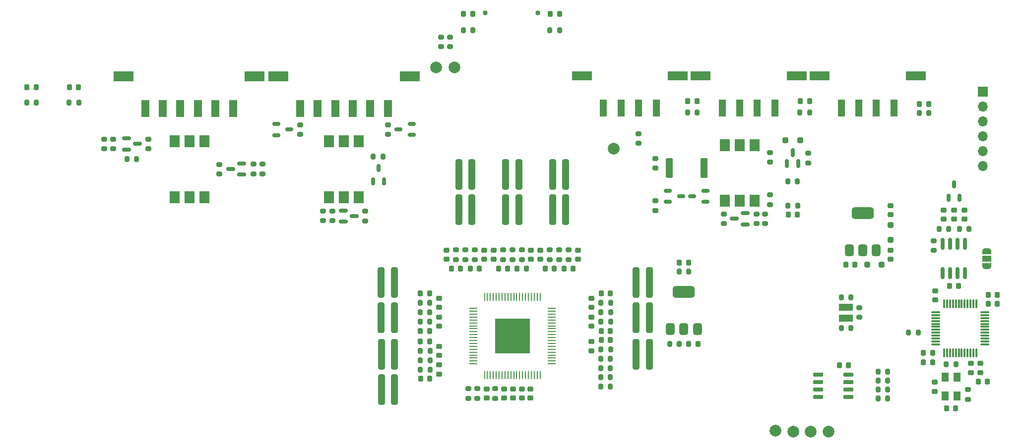
<source format=gbr>
%TF.GenerationSoftware,KiCad,Pcbnew,8.0.2*%
%TF.CreationDate,2024-06-27T20:49:00+03:00*%
%TF.ProjectId,MVBMS,4d56424d-532e-46b6-9963-61645f706362,rev?*%
%TF.SameCoordinates,Original*%
%TF.FileFunction,Soldermask,Top*%
%TF.FilePolarity,Negative*%
%FSLAX46Y46*%
G04 Gerber Fmt 4.6, Leading zero omitted, Abs format (unit mm)*
G04 Created by KiCad (PCBNEW 8.0.2) date 2024-06-27 20:49:00*
%MOMM*%
%LPD*%
G01*
G04 APERTURE LIST*
G04 Aperture macros list*
%AMRoundRect*
0 Rectangle with rounded corners*
0 $1 Rounding radius*
0 $2 $3 $4 $5 $6 $7 $8 $9 X,Y pos of 4 corners*
0 Add a 4 corners polygon primitive as box body*
4,1,4,$2,$3,$4,$5,$6,$7,$8,$9,$2,$3,0*
0 Add four circle primitives for the rounded corners*
1,1,$1+$1,$2,$3*
1,1,$1+$1,$4,$5*
1,1,$1+$1,$6,$7*
1,1,$1+$1,$8,$9*
0 Add four rect primitives between the rounded corners*
20,1,$1+$1,$2,$3,$4,$5,0*
20,1,$1+$1,$4,$5,$6,$7,0*
20,1,$1+$1,$6,$7,$8,$9,0*
20,1,$1+$1,$8,$9,$2,$3,0*%
%AMFreePoly0*
4,1,19,0.550000,-0.750000,0.000000,-0.750000,0.000000,-0.744911,-0.071157,-0.744911,-0.207708,-0.704816,-0.327430,-0.627875,-0.420627,-0.520320,-0.479746,-0.390866,-0.500000,-0.250000,-0.500000,0.250000,-0.479746,0.390866,-0.420627,0.520320,-0.327430,0.627875,-0.207708,0.704816,-0.071157,0.744911,0.000000,0.744911,0.000000,0.750000,0.550000,0.750000,0.550000,-0.750000,0.550000,-0.750000,
$1*%
%AMFreePoly1*
4,1,19,0.000000,0.744911,0.071157,0.744911,0.207708,0.704816,0.327430,0.627875,0.420627,0.520320,0.479746,0.390866,0.500000,0.250000,0.500000,-0.250000,0.479746,-0.390866,0.420627,-0.520320,0.327430,-0.627875,0.207708,-0.704816,0.071157,-0.744911,0.000000,-0.744911,0.000000,-0.750000,-0.550000,-0.750000,-0.550000,0.750000,0.000000,0.750000,0.000000,0.744911,0.000000,0.744911,
$1*%
G04 Aperture macros list end*
%ADD10RoundRect,0.225000X0.250000X-0.225000X0.250000X0.225000X-0.250000X0.225000X-0.250000X-0.225000X0*%
%ADD11RoundRect,0.200000X0.200000X0.275000X-0.200000X0.275000X-0.200000X-0.275000X0.200000X-0.275000X0*%
%ADD12RoundRect,0.200000X-0.200000X-0.275000X0.200000X-0.275000X0.200000X0.275000X-0.200000X0.275000X0*%
%ADD13RoundRect,0.200000X-0.275000X0.200000X-0.275000X-0.200000X0.275000X-0.200000X0.275000X0.200000X0*%
%ADD14RoundRect,0.218750X0.218750X0.256250X-0.218750X0.256250X-0.218750X-0.256250X0.218750X-0.256250X0*%
%ADD15R,1.780000X2.000000*%
%ADD16RoundRect,0.225000X-0.250000X0.225000X-0.250000X-0.225000X0.250000X-0.225000X0.250000X0.225000X0*%
%ADD17RoundRect,0.200000X0.275000X-0.200000X0.275000X0.200000X-0.275000X0.200000X-0.275000X-0.200000X0*%
%ADD18RoundRect,0.225000X-0.225000X-0.250000X0.225000X-0.250000X0.225000X0.250000X-0.225000X0.250000X0*%
%ADD19C,2.000000*%
%ADD20RoundRect,0.218750X-0.218750X-0.256250X0.218750X-0.256250X0.218750X0.256250X-0.218750X0.256250X0*%
%ADD21R,3.430000X1.650000*%
%ADD22R,1.270000X3.000000*%
%ADD23RoundRect,0.250000X0.325000X2.350000X-0.325000X2.350000X-0.325000X-2.350000X0.325000X-2.350000X0*%
%ADD24RoundRect,0.150000X0.150000X-0.512500X0.150000X0.512500X-0.150000X0.512500X-0.150000X-0.512500X0*%
%ADD25R,1.346200X2.997200*%
%ADD26R,3.505200X1.727200*%
%ADD27RoundRect,0.225000X0.225000X0.250000X-0.225000X0.250000X-0.225000X-0.250000X0.225000X-0.250000X0*%
%ADD28RoundRect,0.375000X0.375000X-0.625000X0.375000X0.625000X-0.375000X0.625000X-0.375000X-0.625000X0*%
%ADD29RoundRect,0.500000X1.400000X-0.500000X1.400000X0.500000X-1.400000X0.500000X-1.400000X-0.500000X0*%
%ADD30RoundRect,0.250000X-0.362500X-1.425000X0.362500X-1.425000X0.362500X1.425000X-0.362500X1.425000X0*%
%ADD31RoundRect,0.250000X-0.325000X-2.350000X0.325000X-2.350000X0.325000X2.350000X-0.325000X2.350000X0*%
%ADD32RoundRect,0.150000X0.512500X0.150000X-0.512500X0.150000X-0.512500X-0.150000X0.512500X-0.150000X0*%
%ADD33RoundRect,0.150000X-0.512500X-0.150000X0.512500X-0.150000X0.512500X0.150000X-0.512500X0.150000X0*%
%ADD34RoundRect,0.150000X0.150000X-0.587500X0.150000X0.587500X-0.150000X0.587500X-0.150000X-0.587500X0*%
%ADD35RoundRect,0.150000X-0.587500X-0.150000X0.587500X-0.150000X0.587500X0.150000X-0.587500X0.150000X0*%
%ADD36RoundRect,0.150000X0.150000X-0.825000X0.150000X0.825000X-0.150000X0.825000X-0.150000X-0.825000X0*%
%ADD37RoundRect,0.218750X-0.256250X0.218750X-0.256250X-0.218750X0.256250X-0.218750X0.256250X0.218750X0*%
%ADD38RoundRect,0.102000X-0.500000X-0.500000X0.500000X-0.500000X0.500000X0.500000X-0.500000X0.500000X0*%
%ADD39RoundRect,0.102000X0.500000X0.500000X-0.500000X0.500000X-0.500000X-0.500000X0.500000X-0.500000X0*%
%ADD40RoundRect,0.075000X0.075000X-0.662500X0.075000X0.662500X-0.075000X0.662500X-0.075000X-0.662500X0*%
%ADD41RoundRect,0.075000X0.662500X-0.075000X0.662500X0.075000X-0.662500X0.075000X-0.662500X-0.075000X0*%
%ADD42RoundRect,0.250000X-0.250000X-0.250000X0.250000X-0.250000X0.250000X0.250000X-0.250000X0.250000X0*%
%ADD43RoundRect,0.218750X0.256250X-0.218750X0.256250X0.218750X-0.256250X0.218750X-0.256250X-0.218750X0*%
%ADD44RoundRect,0.250000X0.250000X-0.250000X0.250000X0.250000X-0.250000X0.250000X-0.250000X-0.250000X0*%
%ADD45O,1.500000X0.250000*%
%ADD46O,0.250000X1.500000*%
%ADD47C,0.800000*%
%ADD48R,6.000000X6.000000*%
%ADD49RoundRect,0.150000X0.587500X0.150000X-0.587500X0.150000X-0.587500X-0.150000X0.587500X-0.150000X0*%
%ADD50FreePoly0,90.000000*%
%ADD51R,1.500000X1.000000*%
%ADD52FreePoly1,90.000000*%
%ADD53RoundRect,0.150000X-0.725000X-0.150000X0.725000X-0.150000X0.725000X0.150000X-0.725000X0.150000X0*%
%ADD54R,1.700000X1.700000*%
%ADD55O,1.700000X1.700000*%
%ADD56R,1.300000X1.600000*%
%ADD57RoundRect,0.250000X0.250000X0.250000X-0.250000X0.250000X-0.250000X-0.250000X0.250000X-0.250000X0*%
%ADD58C,0.850000*%
G04 APERTURE END LIST*
D10*
%TO.C,C43*%
X203375000Y-149800000D03*
X203375000Y-148250000D03*
%TD*%
%TO.C,C24*%
X179675000Y-166225000D03*
X179675000Y-164675000D03*
%TD*%
D11*
%TO.C,R11*%
X261433097Y-162350000D03*
X259783097Y-162350000D03*
%TD*%
D12*
%TO.C,R51*%
X176475000Y-167025000D03*
X178125000Y-167025000D03*
%TD*%
D13*
%TO.C,R62*%
X182575000Y-148200000D03*
X182575000Y-149850000D03*
%TD*%
D12*
%TO.C,R13*%
X261597500Y-124768750D03*
X263247500Y-124768750D03*
%TD*%
D14*
%TO.C,D18*%
X110922501Y-120371250D03*
X109347499Y-120371250D03*
%TD*%
D15*
%TO.C,U6*%
X134550000Y-139185000D03*
X137090000Y-139185000D03*
X139630000Y-139185000D03*
X139630000Y-129655000D03*
X137090000Y-129655000D03*
X134550000Y-129655000D03*
%TD*%
D16*
%TO.C,C21*%
X187775000Y-171950000D03*
X187775000Y-173500000D03*
%TD*%
D17*
%TO.C,R40*%
X167085300Y-143262500D03*
X167085300Y-141612500D03*
%TD*%
D18*
%TO.C,C6*%
X273378098Y-157390000D03*
X274928098Y-157390000D03*
%TD*%
%TO.C,C19*%
X222285000Y-164270000D03*
X223835000Y-164270000D03*
%TD*%
D16*
%TO.C,C15*%
X269310000Y-141387500D03*
X269310000Y-142937500D03*
%TD*%
D19*
%TO.C,TP2*%
X237120000Y-179120000D03*
%TD*%
D11*
%TO.C,R10*%
X256220000Y-173590000D03*
X254570000Y-173590000D03*
%TD*%
D12*
%TO.C,R42*%
X239190000Y-136475000D03*
X240840000Y-136475000D03*
%TD*%
D18*
%TO.C,C3*%
X273385000Y-155862500D03*
X274935000Y-155862500D03*
%TD*%
D20*
%TO.C,D16*%
X222132500Y-122780000D03*
X223707500Y-122780000D03*
%TD*%
D17*
%TO.C,R3*%
X251407345Y-159722655D03*
X251407345Y-158072655D03*
%TD*%
D11*
%TO.C,R76*%
X208937500Y-158825000D03*
X207287500Y-158825000D03*
%TD*%
D17*
%TO.C,R45*%
X130023900Y-130921400D03*
X130023900Y-129271400D03*
%TD*%
%TO.C,R83*%
X148000000Y-135210000D03*
X148000000Y-133560000D03*
%TD*%
D13*
%TO.C,R66*%
X192175000Y-148200000D03*
X192175000Y-149850000D03*
%TD*%
D18*
%TO.C,C33*%
X181800000Y-151425000D03*
X183350000Y-151425000D03*
%TD*%
D12*
%TO.C,R50*%
X176475000Y-165425000D03*
X178125000Y-165425000D03*
%TD*%
D21*
%TO.C,J3*%
X220440000Y-118450000D03*
X204030000Y-118450000D03*
D22*
X216740000Y-123930000D03*
X213740000Y-123930000D03*
X210740000Y-123930000D03*
X207740000Y-123930000D03*
%TD*%
D12*
%TO.C,R46*%
X126418900Y-132696400D03*
X128068900Y-132696400D03*
%TD*%
D23*
%TO.C,R18*%
X215535000Y-166070000D03*
X213285000Y-166070000D03*
%TD*%
D20*
%TO.C,D14*%
X239245000Y-142190000D03*
X240820000Y-142190000D03*
%TD*%
D12*
%TO.C,R17*%
X198562500Y-110640000D03*
X200212500Y-110640000D03*
%TD*%
D19*
%TO.C,TP0*%
X179200000Y-117000000D03*
%TD*%
D24*
%TO.C,D5*%
X266610000Y-139312500D03*
X268510000Y-139312500D03*
X267560000Y-137037500D03*
%TD*%
D10*
%TO.C,C25*%
X179675000Y-169400000D03*
X179675000Y-167850000D03*
%TD*%
D23*
%TO.C,R79*%
X215555000Y-153780000D03*
X213305000Y-153780000D03*
%TD*%
D18*
%TO.C,C41*%
X197800000Y-151425000D03*
X199350000Y-151425000D03*
%TD*%
D25*
%TO.C,J6*%
X129520000Y-124040000D03*
X132519999Y-124040000D03*
X135519998Y-124040000D03*
X138519998Y-124040000D03*
X141519997Y-124040000D03*
X144519996Y-124040000D03*
D26*
X125818598Y-118553600D03*
X148221398Y-118553600D03*
%TD*%
D12*
%TO.C,R34*%
X168430300Y-132245000D03*
X170080300Y-132245000D03*
%TD*%
D13*
%TO.C,R44*%
X142180000Y-133585000D03*
X142180000Y-135235000D03*
%TD*%
D27*
%TO.C,C27*%
X178050000Y-163825000D03*
X176500000Y-163825000D03*
%TD*%
D16*
%TO.C,C44*%
X205675000Y-159650000D03*
X205675000Y-161200000D03*
%TD*%
D13*
%TO.C,R86*%
X235340000Y-142055000D03*
X235340000Y-143705000D03*
%TD*%
D12*
%TO.C,R5*%
X248317345Y-161522655D03*
X249967345Y-161522655D03*
%TD*%
D10*
%TO.C,C7*%
X264353098Y-156765000D03*
X264353098Y-155215000D03*
%TD*%
D27*
%TO.C,C13*%
X268335000Y-154362500D03*
X266785000Y-154362500D03*
%TD*%
%TO.C,C26*%
X178075000Y-170225000D03*
X176525000Y-170225000D03*
%TD*%
D28*
%TO.C,U1*%
X249665000Y-148220000D03*
X251965000Y-148220000D03*
D29*
X251965000Y-141920000D03*
D28*
X254265000Y-148220000D03*
%TD*%
D15*
%TO.C,U5*%
X160917800Y-139185000D03*
X163457800Y-139185000D03*
X165997800Y-139185000D03*
X165997800Y-129655000D03*
X163457800Y-129655000D03*
X160917800Y-129655000D03*
%TD*%
D19*
%TO.C,TP1*%
X182300000Y-117000000D03*
%TD*%
%TO.C,TP4*%
X209460000Y-130900000D03*
%TD*%
D30*
%TO.C,R30*%
X218972500Y-134200000D03*
X224897500Y-134200000D03*
%TD*%
D12*
%TO.C,R12*%
X183820000Y-110640000D03*
X185470000Y-110640000D03*
%TD*%
D23*
%TO.C,R78*%
X215535000Y-159780000D03*
X213285000Y-159780000D03*
%TD*%
D31*
%TO.C,R54*%
X169825000Y-172050000D03*
X172075000Y-172050000D03*
%TD*%
D12*
%TO.C,R57*%
X176450000Y-160425000D03*
X178100000Y-160425000D03*
%TD*%
D27*
%TO.C,C30*%
X178050000Y-162025000D03*
X176500000Y-162025000D03*
%TD*%
D13*
%TO.C,R82*%
X124030000Y-129271400D03*
X124030000Y-130921400D03*
%TD*%
D17*
%TO.C,R26*%
X186170000Y-173545000D03*
X186170000Y-171895000D03*
%TD*%
D13*
%TO.C,R2*%
X179990000Y-111855000D03*
X179990000Y-113505000D03*
%TD*%
D11*
%TO.C,R20*%
X208945000Y-165180000D03*
X207295000Y-165180000D03*
%TD*%
D14*
%TO.C,D19*%
X118155001Y-120411250D03*
X116579999Y-120411250D03*
%TD*%
D17*
%TO.C,R85*%
X233825000Y-143705000D03*
X233825000Y-142055000D03*
%TD*%
D12*
%TO.C,R55*%
X176450000Y-157225000D03*
X178100000Y-157225000D03*
%TD*%
D18*
%TO.C,C2*%
X266283098Y-175245000D03*
X267833098Y-175245000D03*
%TD*%
D13*
%TO.C,R28*%
X228270000Y-142055000D03*
X228270000Y-143705000D03*
%TD*%
D23*
%TO.C,R74*%
X201295000Y-135330000D03*
X199045000Y-135330000D03*
%TD*%
D32*
%TO.C,D13*%
X225160000Y-139990000D03*
X225160000Y-138090000D03*
X222885000Y-139040000D03*
%TD*%
D12*
%TO.C,R43*%
X239207500Y-140640000D03*
X240857500Y-140640000D03*
%TD*%
D33*
%TO.C,D12*%
X218710000Y-138090000D03*
X218710000Y-139990000D03*
X220985000Y-139040000D03*
%TD*%
D12*
%TO.C,R87*%
X254575000Y-169000000D03*
X256225000Y-169000000D03*
%TD*%
D16*
%TO.C,C9*%
X270450000Y-167587500D03*
X270450000Y-169137500D03*
%TD*%
D12*
%TO.C,R19*%
X207275000Y-166775000D03*
X208925000Y-166775000D03*
%TD*%
D32*
%TO.C,D11*%
X174985300Y-128575000D03*
X174985300Y-126675000D03*
X172710300Y-127625000D03*
%TD*%
D34*
%TO.C,Q3*%
X239065000Y-133455001D03*
X240965000Y-133455001D03*
X240015000Y-131580000D03*
%TD*%
D11*
%TO.C,R9*%
X267878098Y-167740000D03*
X266228098Y-167740000D03*
%TD*%
D13*
%TO.C,R61*%
X184175000Y-148200000D03*
X184175000Y-149850000D03*
%TD*%
D21*
%TO.C,J5*%
X240685000Y-118450000D03*
X224275000Y-118450000D03*
D22*
X236985000Y-123930000D03*
X233985000Y-123930000D03*
X230985000Y-123930000D03*
X227985000Y-123930000D03*
%TD*%
D12*
%TO.C,R16*%
X268460000Y-144587500D03*
X270110000Y-144587500D03*
%TD*%
D17*
%TO.C,R0*%
X184660000Y-173545000D03*
X184660000Y-171895000D03*
%TD*%
D35*
%TO.C,Q2*%
X163320300Y-141447500D03*
X163320300Y-143347500D03*
X165195300Y-142397500D03*
%TD*%
D10*
%TO.C,C1*%
X264253098Y-172365000D03*
X264253098Y-170815000D03*
%TD*%
D13*
%TO.C,R14*%
X264050000Y-146615000D03*
X264050000Y-148265000D03*
%TD*%
D11*
%TO.C,R27*%
X222305000Y-151897730D03*
X220655000Y-151897730D03*
%TD*%
D10*
%TO.C,C14*%
X265810000Y-142937500D03*
X265810000Y-141387500D03*
%TD*%
D13*
%TO.C,R32*%
X216610000Y-139805000D03*
X216610000Y-141455000D03*
%TD*%
D11*
%TO.C,R23*%
X208925000Y-169975000D03*
X207275000Y-169975000D03*
%TD*%
D18*
%TO.C,C47*%
X207337500Y-162025000D03*
X208887500Y-162025000D03*
%TD*%
D13*
%TO.C,R65*%
X193775000Y-148200000D03*
X193775000Y-149850000D03*
%TD*%
%TO.C,R41*%
X242639609Y-131692501D03*
X242639609Y-133342501D03*
%TD*%
D10*
%TO.C,C28*%
X179650000Y-158000000D03*
X179650000Y-156450000D03*
%TD*%
D36*
%TO.C,U2*%
X265645000Y-152137500D03*
X266915000Y-152137500D03*
X268185000Y-152137500D03*
X269455000Y-152137500D03*
X269455000Y-147187500D03*
X268185000Y-147187500D03*
X266915000Y-147187500D03*
X265645000Y-147187500D03*
%TD*%
D13*
%TO.C,R37*%
X236135000Y-138805000D03*
X236135000Y-140455000D03*
%TD*%
D25*
%TO.C,J2*%
X155940000Y-124040000D03*
X158939999Y-124040000D03*
X161939998Y-124040000D03*
X164939998Y-124040000D03*
X167939997Y-124040000D03*
X170939996Y-124040000D03*
D26*
X152238598Y-118553600D03*
X174641398Y-118553600D03*
%TD*%
D12*
%TO.C,R15*%
X264990000Y-144587500D03*
X266640000Y-144587500D03*
%TD*%
D10*
%TO.C,C17*%
X205650000Y-165425000D03*
X205650000Y-163875000D03*
%TD*%
D12*
%TO.C,R56*%
X176450000Y-158835000D03*
X178100000Y-158835000D03*
%TD*%
D11*
%TO.C,R77*%
X208937500Y-157225000D03*
X207287500Y-157225000D03*
%TD*%
D10*
%TO.C,C42*%
X196975000Y-149800000D03*
X196975000Y-148250000D03*
%TD*%
D13*
%TO.C,R36*%
X236135000Y-131575000D03*
X236135000Y-133225000D03*
%TD*%
D12*
%TO.C,R47*%
X222075000Y-124720000D03*
X223725000Y-124720000D03*
%TD*%
D37*
%TO.C,F0*%
X256765000Y-140607500D03*
X256765000Y-142182500D03*
%TD*%
D18*
%TO.C,C32*%
X185000000Y-151425000D03*
X186550000Y-151425000D03*
%TD*%
D13*
%TO.C,R39*%
X159867800Y-141572500D03*
X159867800Y-143222500D03*
%TD*%
D38*
%TO.C,D0*%
X248482345Y-157977655D03*
X249732345Y-157977655D03*
D39*
X249732345Y-159827655D03*
X248482345Y-159827655D03*
%TD*%
D40*
%TO.C,U0*%
X265870000Y-165752500D03*
X266370000Y-165752500D03*
X266870000Y-165752500D03*
X267370000Y-165752500D03*
X267870000Y-165752500D03*
X268370000Y-165752500D03*
X268870000Y-165752500D03*
X269370000Y-165752500D03*
X269870000Y-165752500D03*
X270370000Y-165752500D03*
X270870000Y-165752500D03*
X271370000Y-165752500D03*
D41*
X272782500Y-164340000D03*
X272782500Y-163840000D03*
X272782500Y-163340000D03*
X272782500Y-162840000D03*
X272782500Y-162340000D03*
X272782500Y-161840000D03*
X272782500Y-161340000D03*
X272782500Y-160840000D03*
X272782500Y-160340000D03*
X272782500Y-159840000D03*
X272782500Y-159340000D03*
X272782500Y-158840000D03*
D40*
X271370000Y-157427500D03*
X270870000Y-157427500D03*
X270370000Y-157427500D03*
X269870000Y-157427500D03*
X269370000Y-157427500D03*
X268870000Y-157427500D03*
X268370000Y-157427500D03*
X267870000Y-157427500D03*
X267370000Y-157427500D03*
X266870000Y-157427500D03*
X266370000Y-157427500D03*
X265870000Y-157427500D03*
D41*
X264457500Y-158840000D03*
X264457500Y-159340000D03*
X264457500Y-159840000D03*
X264457500Y-160340000D03*
X264457500Y-160840000D03*
X264457500Y-161340000D03*
X264457500Y-161840000D03*
X264457500Y-162340000D03*
X264457500Y-162840000D03*
X264457500Y-163340000D03*
X264457500Y-163840000D03*
X264457500Y-164340000D03*
%TD*%
D11*
%TO.C,R4*%
X249967345Y-156322655D03*
X248317345Y-156322655D03*
%TD*%
D13*
%TO.C,R67*%
X190575000Y-148200000D03*
X190575000Y-149850000D03*
%TD*%
D27*
%TO.C,C8*%
X263883097Y-165787347D03*
X262333097Y-165787347D03*
%TD*%
D42*
%TO.C,D15*%
X238777500Y-129430002D03*
X241277500Y-129430002D03*
%TD*%
D43*
%TO.C,FB0*%
X195275000Y-173512500D03*
X195275000Y-171937500D03*
%TD*%
D13*
%TO.C,R33*%
X170947800Y-126800000D03*
X170947800Y-128450000D03*
%TD*%
D10*
%TO.C,C22*%
X192275000Y-173500000D03*
X192275000Y-171950000D03*
%TD*%
D33*
%TO.C,D10*%
X151872800Y-126680000D03*
X151872800Y-128580000D03*
X154147800Y-127630000D03*
%TD*%
D20*
%TO.C,D17*%
X241312500Y-122780000D03*
X242887500Y-122780000D03*
%TD*%
D12*
%TO.C,R52*%
X176475000Y-168625000D03*
X178125000Y-168625000D03*
%TD*%
D17*
%TO.C,R38*%
X161465300Y-143222500D03*
X161465300Y-141572500D03*
%TD*%
D13*
%TO.C,R70*%
X201775000Y-148200000D03*
X201775000Y-149850000D03*
%TD*%
D20*
%TO.C,D4*%
X261635000Y-123268750D03*
X263210000Y-123268750D03*
%TD*%
D13*
%TO.C,R72*%
X198575000Y-148200000D03*
X198575000Y-149850000D03*
%TD*%
D31*
%TO.C,R68*%
X191045000Y-141340000D03*
X193295000Y-141340000D03*
%TD*%
D10*
%TO.C,C23*%
X193775000Y-173500000D03*
X193775000Y-171950000D03*
%TD*%
D44*
%TO.C,D1*%
X256765000Y-146445000D03*
X256765000Y-143945000D03*
%TD*%
D10*
%TO.C,C29*%
X179650000Y-161200000D03*
X179650000Y-159650000D03*
%TD*%
D18*
%TO.C,C40*%
X201000000Y-151425000D03*
X202550000Y-151425000D03*
%TD*%
%TO.C,C12*%
X249077500Y-150695000D03*
X250627500Y-150695000D03*
%TD*%
D23*
%TO.C,R64*%
X185304900Y-135340000D03*
X183054900Y-135340000D03*
%TD*%
D10*
%TO.C,C11*%
X256765000Y-149770000D03*
X256765000Y-148220000D03*
%TD*%
D17*
%TO.C,R25*%
X189275000Y-173550000D03*
X189275000Y-171900000D03*
%TD*%
%TO.C,R81*%
X122500000Y-130921400D03*
X122500000Y-129271400D03*
%TD*%
D18*
%TO.C,C37*%
X189800000Y-151425000D03*
X191350000Y-151425000D03*
%TD*%
D45*
%TO.C,U3*%
X198862500Y-167675000D03*
X198862500Y-167175000D03*
X198862500Y-166675000D03*
X198862500Y-166175000D03*
X198862500Y-165675000D03*
X198862500Y-165175000D03*
X198862500Y-164675000D03*
X198862500Y-164175000D03*
X198862500Y-163675000D03*
X198862500Y-163175000D03*
X198862500Y-162675000D03*
X198862500Y-162175000D03*
X198862500Y-161675000D03*
X198862500Y-161175000D03*
X198862500Y-160675000D03*
X198862500Y-160175000D03*
X198862500Y-159675000D03*
X198862500Y-159175000D03*
X198862500Y-158675000D03*
X198862500Y-158175000D03*
D46*
X196925000Y-156237500D03*
X196425000Y-156237500D03*
X195925000Y-156237500D03*
X195425000Y-156237500D03*
X194925000Y-156237500D03*
X194425000Y-156237500D03*
X193925000Y-156237500D03*
X193425000Y-156237500D03*
X192925000Y-156237500D03*
X192425000Y-156237500D03*
X191925000Y-156237500D03*
X191425000Y-156237500D03*
X190925000Y-156237500D03*
X190425000Y-156237500D03*
X189925000Y-156237500D03*
X189425000Y-156237500D03*
X188925000Y-156237500D03*
X188425000Y-156237500D03*
X187925000Y-156237500D03*
X187425000Y-156237500D03*
D45*
X185487500Y-158175000D03*
X185487500Y-158675000D03*
X185487500Y-159175000D03*
X185487500Y-159675000D03*
X185487500Y-160175000D03*
X185487500Y-160675000D03*
X185487500Y-161175000D03*
X185487500Y-161675000D03*
X185487500Y-162175000D03*
X185487500Y-162675000D03*
X185487500Y-163175000D03*
X185487500Y-163675000D03*
X185487500Y-164175000D03*
X185487500Y-164675000D03*
X185487500Y-165175000D03*
X185487500Y-165675000D03*
X185487500Y-166175000D03*
X185487500Y-166675000D03*
X185487500Y-167175000D03*
X185487500Y-167675000D03*
D46*
X187425000Y-169612500D03*
X187925000Y-169612500D03*
X188425000Y-169612500D03*
X188925000Y-169612500D03*
X189425000Y-169612500D03*
X189925000Y-169612500D03*
D47*
X194575000Y-165325000D03*
X194575000Y-164125000D03*
X194575000Y-162925000D03*
X194575000Y-161725000D03*
X194575000Y-160525000D03*
X193375000Y-165325000D03*
X193375000Y-164125000D03*
X193375000Y-162925000D03*
X193375000Y-161725000D03*
X193375000Y-160525000D03*
X192175000Y-165325000D03*
X192175000Y-164125000D03*
X192175000Y-162925000D03*
D48*
X192175000Y-162925000D03*
D47*
X192175000Y-161725000D03*
X192175000Y-160525000D03*
X190975000Y-165325000D03*
X190975000Y-164125000D03*
X190975000Y-162925000D03*
X190975000Y-161725000D03*
X190975000Y-160525000D03*
D46*
X190425000Y-169612500D03*
D47*
X189775000Y-165325000D03*
X189775000Y-164125000D03*
X189775000Y-162925000D03*
X189775000Y-161725000D03*
X189775000Y-160525000D03*
D46*
X190925000Y-169612500D03*
X191425000Y-169612500D03*
X191925000Y-169612500D03*
X192425000Y-169612500D03*
X192925000Y-169612500D03*
X193425000Y-169612500D03*
X193925000Y-169612500D03*
X194425000Y-169612500D03*
X194925000Y-169612500D03*
X195425000Y-169612500D03*
X195925000Y-169612500D03*
X196425000Y-169612500D03*
X196925000Y-169612500D03*
%TD*%
D28*
%TO.C,Q0*%
X219160000Y-161707499D03*
X221460000Y-161707499D03*
D29*
X221460000Y-155407499D03*
D28*
X223760000Y-161707499D03*
%TD*%
D24*
%TO.C,D8*%
X168375300Y-136522500D03*
X170275300Y-136522500D03*
X169325300Y-134247500D03*
%TD*%
D10*
%TO.C,C39*%
X195375000Y-149800000D03*
X195375000Y-148250000D03*
%TD*%
D20*
%TO.C,D6*%
X198640000Y-107840000D03*
X200215000Y-107840000D03*
%TD*%
D49*
%TO.C,Q1*%
X231912500Y-143830000D03*
X231912500Y-141930000D03*
X230037500Y-142880000D03*
%TD*%
D14*
%TO.C,D7*%
X222267501Y-150340000D03*
X220692499Y-150340000D03*
%TD*%
D10*
%TO.C,C16*%
X267560000Y-142937500D03*
X267560000Y-141387500D03*
%TD*%
D11*
%TO.C,R75*%
X208937500Y-160425000D03*
X207287500Y-160425000D03*
%TD*%
D10*
%TO.C,C38*%
X188975000Y-149800000D03*
X188975000Y-148250000D03*
%TD*%
D11*
%TO.C,R21*%
X220680000Y-164272501D03*
X219030000Y-164272501D03*
%TD*%
%TO.C,R8*%
X256225000Y-172060000D03*
X254575000Y-172060000D03*
%TD*%
D13*
%TO.C,R1*%
X181510000Y-111855000D03*
X181510000Y-113505000D03*
%TD*%
D50*
%TO.C,JP0*%
X273166903Y-150992500D03*
D51*
X273166903Y-149692500D03*
D52*
X273166903Y-148392500D03*
%TD*%
D53*
%TO.C,IC0*%
X244390000Y-169525001D03*
X244390000Y-170795000D03*
X244390000Y-172065000D03*
X244390000Y-173334999D03*
X249540000Y-173334999D03*
X249540000Y-172065000D03*
X249540000Y-170795000D03*
X249540000Y-169525001D03*
%TD*%
D11*
%TO.C,R48*%
X242895000Y-124720000D03*
X241245000Y-124720000D03*
%TD*%
D12*
%TO.C,R80*%
X116547500Y-123031250D03*
X118197500Y-123031250D03*
%TD*%
D31*
%TO.C,R73*%
X199045000Y-141330000D03*
X201295000Y-141330000D03*
%TD*%
D19*
%TO.C,TP5*%
X246120000Y-179220000D03*
%TD*%
D31*
%TO.C,R63*%
X183054900Y-141340000D03*
X185304900Y-141340000D03*
%TD*%
D13*
%TO.C,R71*%
X200175000Y-148200000D03*
X200175000Y-149850000D03*
%TD*%
D18*
%TO.C,C46*%
X207337500Y-155625000D03*
X208887500Y-155625000D03*
%TD*%
D12*
%TO.C,R22*%
X207275000Y-171550000D03*
X208925000Y-171550000D03*
%TD*%
D54*
%TO.C,J0*%
X272500000Y-121150000D03*
D55*
X272500000Y-123690000D03*
X272500000Y-126229999D03*
X272500000Y-128770000D03*
X272500000Y-131310000D03*
X272500000Y-133850000D03*
%TD*%
D12*
%TO.C,R49*%
X109310000Y-123031250D03*
X110960000Y-123031250D03*
%TD*%
D27*
%TO.C,C31*%
X178050000Y-155625000D03*
X176500000Y-155625000D03*
%TD*%
D31*
%TO.C,R59*%
X169795000Y-159780000D03*
X172045000Y-159780000D03*
%TD*%
D56*
%TO.C,WE-0*%
X268058098Y-173195000D03*
X268058098Y-169895000D03*
X266058098Y-169895000D03*
X266058098Y-173195000D03*
%TD*%
D11*
%TO.C,R24*%
X208925000Y-168375000D03*
X207275000Y-168375000D03*
%TD*%
D10*
%TO.C,C20*%
X190775000Y-173500000D03*
X190775000Y-171950000D03*
%TD*%
D35*
%TO.C,Q5*%
X126318900Y-129146400D03*
X126318900Y-131046400D03*
X128193900Y-130096400D03*
%TD*%
D10*
%TO.C,C35*%
X187375000Y-149800000D03*
X187375000Y-148250000D03*
%TD*%
D27*
%TO.C,C0*%
X249540000Y-167927500D03*
X247990000Y-167927500D03*
%TD*%
D31*
%TO.C,R53*%
X169825000Y-166050000D03*
X172075000Y-166050000D03*
%TD*%
D19*
%TO.C,TP6*%
X240120000Y-179220000D03*
%TD*%
D13*
%TO.C,R31*%
X216610000Y-132575000D03*
X216610000Y-134225000D03*
%TD*%
%TO.C,R60*%
X185775000Y-148200000D03*
X185775000Y-149850000D03*
%TD*%
D15*
%TO.C,U4*%
X228435000Y-139835000D03*
X230975000Y-139835000D03*
X233515000Y-139835000D03*
X233515000Y-130305000D03*
X230975000Y-130305000D03*
X228435000Y-130305000D03*
%TD*%
D17*
%TO.C,R29*%
X213740000Y-130005000D03*
X213740000Y-128355000D03*
%TD*%
D13*
%TO.C,R84*%
X149520000Y-133560000D03*
X149520000Y-135210000D03*
%TD*%
D10*
%TO.C,C34*%
X180975000Y-149800000D03*
X180975000Y-148250000D03*
%TD*%
D57*
%TO.C,D2*%
X255215000Y-150695000D03*
X252715000Y-150695000D03*
%TD*%
D21*
%TO.C,J4*%
X261010000Y-118450000D03*
X244600000Y-118450000D03*
D22*
X257310000Y-123930000D03*
X254310000Y-123930000D03*
X251310000Y-123930000D03*
X248310000Y-123930000D03*
%TD*%
D27*
%TO.C,C4*%
X263883097Y-167362500D03*
X262333097Y-167362500D03*
%TD*%
D13*
%TO.C,R35*%
X155947800Y-126805000D03*
X155947800Y-128455000D03*
%TD*%
D16*
%TO.C,C45*%
X205675000Y-156462500D03*
X205675000Y-158012500D03*
%TD*%
D13*
%TO.C,R7*%
X269903098Y-172062347D03*
X269903098Y-173712347D03*
%TD*%
D18*
%TO.C,C5*%
X271675000Y-170700000D03*
X273225000Y-170700000D03*
%TD*%
D23*
%TO.C,R69*%
X193295000Y-135340000D03*
X191045000Y-135340000D03*
%TD*%
D19*
%TO.C,TP3*%
X243120000Y-179220000D03*
%TD*%
D11*
%TO.C,R6*%
X256225000Y-170530000D03*
X254575000Y-170530000D03*
%TD*%
D49*
%TO.C,Q4*%
X145980000Y-135335000D03*
X145980000Y-133435000D03*
X144105000Y-134385000D03*
%TD*%
D31*
%TO.C,R58*%
X169795000Y-153790000D03*
X172045000Y-153790000D03*
%TD*%
D20*
%TO.C,D3*%
X183855000Y-107840000D03*
X185430000Y-107840000D03*
%TD*%
D16*
%TO.C,C10*%
X272050000Y-167587500D03*
X272050000Y-169137500D03*
%TD*%
D18*
%TO.C,C36*%
X193000000Y-151425000D03*
X194550000Y-151425000D03*
%TD*%
%TO.C,C18*%
X207345000Y-163600000D03*
X208895000Y-163600000D03*
%TD*%
D58*
%TO.C,J1*%
X196510000Y-107700000D03*
X187510000Y-107700000D03*
%TD*%
M02*

</source>
